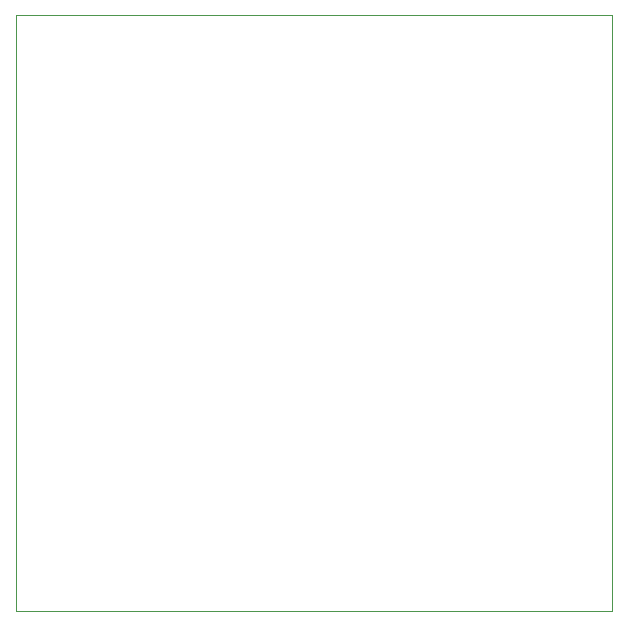
<source format=gbr>
%TF.GenerationSoftware,KiCad,Pcbnew,(6.0.1-0)*%
%TF.CreationDate,2022-03-13T12:33:57+03:30*%
%TF.ProjectId,touch_panel,746f7563-685f-4706-916e-656c2e6b6963,rev?*%
%TF.SameCoordinates,Original*%
%TF.FileFunction,Profile,NP*%
%FSLAX46Y46*%
G04 Gerber Fmt 4.6, Leading zero omitted, Abs format (unit mm)*
G04 Created by KiCad (PCBNEW (6.0.1-0)) date 2022-03-13 12:33:57*
%MOMM*%
%LPD*%
G01*
G04 APERTURE LIST*
%TA.AperFunction,Profile*%
%ADD10C,0.100000*%
%TD*%
G04 APERTURE END LIST*
D10*
X107500000Y-78750000D02*
X158000000Y-78750000D01*
X158000000Y-78750000D02*
X158000000Y-129250000D01*
X158000000Y-129250000D02*
X107500000Y-129250000D01*
X107500000Y-129250000D02*
X107500000Y-78750000D01*
M02*

</source>
